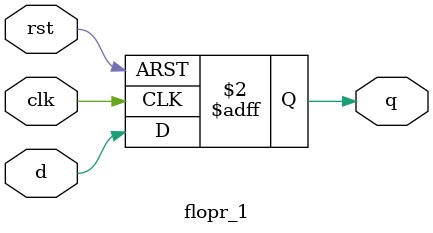
<source format=v>
module flopr_1 (d, q, rst, clk);
  
  input d;
  input rst;
  input clk;
  output reg q;
  
  always @(posedge clk or posedge rst)
  begin
    if (rst)
      q <= 0;
    else
      q <= d;
  end
  
endmodule

</source>
